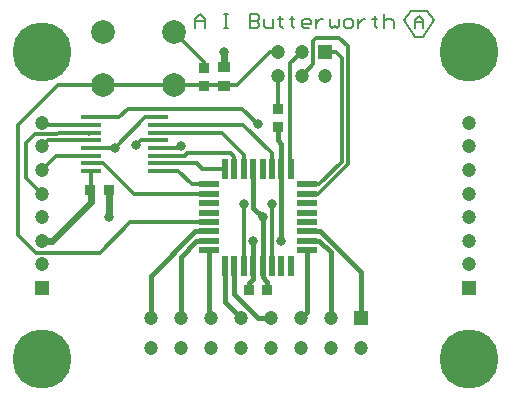
<source format=gtl>
%FSAX43Y43*%
%MOMM*%
G71*
G01*
G75*
G04 Layer_Physical_Order=1*
G04 Layer_Color=255*
%ADD10R,0.550X1.750*%
%ADD11R,1.750X0.550*%
%ADD12R,0.900X0.950*%
%ADD13R,1.000X0.950*%
%ADD14R,1.700X0.350*%
%ADD15R,0.950X0.900*%
%ADD16C,0.600*%
%ADD17C,0.300*%
%ADD18C,0.400*%
%ADD19C,0.200*%
%ADD20C,5.000*%
%ADD21C,2.000*%
%ADD22C,1.200*%
%ADD23R,1.200X1.200*%
%ADD24R,1.200X1.200*%
%ADD25C,1.200*%
%ADD26R,1.200X1.200*%
%ADD27C,0.800*%
D10*
X0019500Y0011875D02*
D03*
X0020300Y0011875D02*
D03*
X0021100Y0011875D02*
D03*
X0021900Y0011875D02*
D03*
X0022700Y0011875D02*
D03*
X0023500Y0011875D02*
D03*
X0024300Y0011875D02*
D03*
X0025100Y0011875D02*
D03*
X0025100Y0020125D02*
D03*
X0024300Y0020125D02*
D03*
X0023500Y0020125D02*
D03*
X0022700Y0020125D02*
D03*
X0021900Y0020125D02*
D03*
X0021100Y0020125D02*
D03*
X0020300Y0020125D02*
D03*
X0019500Y0020125D02*
D03*
D11*
X0026425Y0013200D02*
D03*
X0026425Y0014000D02*
D03*
X0026425Y0014800D02*
D03*
X0026425Y0015600D02*
D03*
X0026425Y0016400D02*
D03*
X0026425Y0017200D02*
D03*
X0026425Y0018000D02*
D03*
X0026425Y0018800D02*
D03*
X0018175Y0018800D02*
D03*
X0018175Y0018000D02*
D03*
X0018175Y0017200D02*
D03*
X0018175Y0016400D02*
D03*
X0018175Y0015600D02*
D03*
X0018175Y0014800D02*
D03*
X0018175Y0014000D02*
D03*
X0018175Y0013200D02*
D03*
D12*
X0017700Y0027125D02*
D03*
X0017700Y0028675D02*
D03*
X0024000Y0023625D02*
D03*
X0024000Y0025175D02*
D03*
D13*
X0019400Y0028725D02*
D03*
X0019400Y0027075D02*
D03*
D14*
X0008150Y0024475D02*
D03*
X0008150Y0023825D02*
D03*
X0008150Y0023175D02*
D03*
X0008150Y0022525D02*
D03*
X0008150Y0021875D02*
D03*
X0008150Y0021225D02*
D03*
X0008150Y0020575D02*
D03*
X0008150Y0019925D02*
D03*
X0013850Y0024475D02*
D03*
X0013850Y0023825D02*
D03*
X0013850Y0023175D02*
D03*
X0013850Y0022525D02*
D03*
X0013850Y0021875D02*
D03*
X0013850Y0021225D02*
D03*
X0013850Y0020575D02*
D03*
X0013850Y0019925D02*
D03*
D15*
X0008125Y0018300D02*
D03*
X0009675Y0018300D02*
D03*
X0021525Y0009800D02*
D03*
X0023075Y0009800D02*
D03*
D16*
X0019400Y0028725D02*
X0019400Y0030000D01*
X0009675Y0016025D02*
X0009675Y0018300D01*
X0004900Y0014000D02*
X0008150Y0017250D01*
X0004000Y0014000D02*
X0004900Y0014000D01*
X0008150Y0017250D02*
X0008150Y0018325D01*
D17*
X0005415Y0027215D02*
X0009164Y0027215D01*
X0002000Y0023800D02*
X0005415Y0027215D01*
X0002000Y0014500D02*
X0002000Y0023800D01*
X0002000Y0014500D02*
X0003500Y0013000D01*
X0008900Y0013000D01*
X0011500Y0015600D01*
X0018175Y0015600D01*
X0012000Y0022100D02*
X0012425Y0022525D01*
X0013850Y0022525D01*
X0015675Y0021875D02*
X0015800Y0022000D01*
X0013850Y0021875D02*
X0015675Y0021875D01*
X0016125Y0021225D02*
X0016300Y0021400D01*
X0020000Y0021400D01*
X0013850Y0021225D02*
X0016125Y0021225D01*
X0023500Y0011875D02*
X0023500Y0017100D01*
X0021100Y0011875D02*
X0021100Y0017100D01*
X0010200Y0021900D02*
X0012775Y0024475D01*
X0013850Y0024475D01*
X0011300Y0025200D02*
X0021000Y0025200D01*
X0010575Y0024475D02*
X0011300Y0025200D01*
X0021000Y0025200D02*
X0022300Y0023900D01*
X0010175Y0021875D02*
X0010200Y0021900D01*
X0008150Y0021875D02*
X0010175Y0021875D01*
X0029200Y0031200D02*
X0029900Y0030500D01*
X0027250Y0031200D02*
X0029200Y0031200D01*
X0027000Y0030950D02*
X0027250Y0031200D01*
X0029400Y0020707D02*
X0029400Y0029500D01*
X0028900Y0030000D02*
X0029400Y0029500D01*
X0028000Y0030000D02*
X0028900Y0030000D01*
X0027493Y0018800D02*
X0029400Y0020707D01*
X0026425Y0018800D02*
X0027493Y0018800D01*
X0029900Y0020500D02*
X0029900Y0030500D01*
X0027400Y0018000D02*
X0029900Y0020500D01*
X0026425Y0018000D02*
X0027400Y0018000D01*
X0011800Y0018000D02*
X0018175Y0018000D01*
X0009225Y0020575D02*
X0011800Y0018000D01*
X0008150Y0020575D02*
X0009225Y0020575D01*
X0008150Y0024475D02*
X0010575Y0024475D01*
X0021075Y0023825D02*
X0023500Y0021400D01*
X0025050Y0020175D02*
X0025050Y0029050D01*
X0023500Y0020125D02*
X0023500Y0021400D01*
X0013850Y0023825D02*
X0021075Y0023825D01*
X0021100Y0020125D02*
X0021100Y0021300D01*
X0019225Y0023175D02*
X0021100Y0021300D01*
X0013850Y0023175D02*
X0019225Y0023175D01*
X0020300Y0020125D02*
X0020300Y0021100D01*
X0020000Y0021400D02*
X0020300Y0021100D01*
X0016700Y0018800D02*
X0018175Y0018800D01*
X0015575Y0019925D02*
X0016700Y0018800D01*
X0013850Y0019925D02*
X0015575Y0019925D01*
X0017575Y0020125D02*
X0019500Y0020125D01*
X0017125Y0020575D02*
X0017575Y0020125D01*
X0013850Y0020575D02*
X0017125Y0020575D01*
X0024000Y0025175D02*
X0024000Y0028000D01*
X0005300Y0023050D02*
X0005425Y0023175D01*
X0003450Y0023050D02*
X0005300Y0023050D01*
X0005425Y0023175D02*
X0008150Y0023175D01*
X0002700Y0019300D02*
X0004000Y0018000D01*
X0002700Y0019300D02*
X0002700Y0022300D01*
X0003450Y0023050D01*
X0008025Y0023050D02*
X0008150Y0023175D01*
X0004525Y0022525D02*
X0008150Y0022525D01*
X0004000Y0022000D02*
X0004525Y0022525D01*
X0004000Y0020000D02*
X0005225Y0021225D01*
X0008150Y0021225D01*
X0004000Y0024000D02*
X0004175Y0023825D01*
X0008150Y0023825D01*
X0008150Y0018325D02*
X0008150Y0019925D01*
X0027000Y0029000D02*
X0027000Y0030950D01*
X0026000Y0028000D02*
X0027000Y0029000D01*
X0025050Y0029050D02*
X0026000Y0030000D01*
X0025050Y0020175D02*
X0025100Y0020125D01*
X0015164Y0031715D02*
X0017700Y0029178D01*
X0017700Y0028675D02*
X0017700Y0029178D01*
X0015164Y0027215D02*
X0019400Y0027215D01*
X0020515Y0027215D01*
X0023300Y0030000D01*
X0024000Y0030000D01*
X0009164Y0027215D02*
X0015164Y0027215D01*
D18*
X0022700Y0011875D02*
X0022700Y0016000D01*
X0021900Y0016800D02*
X0021900Y0020125D01*
X0021900Y0016800D02*
X0022700Y0016000D01*
X0024300Y0014000D02*
X0024300Y0020125D01*
X0024000Y0022500D02*
X0024000Y0023625D01*
X0024000Y0022500D02*
X0024300Y0022200D01*
X0024300Y0020125D02*
X0024300Y0022200D01*
X0021900Y0011875D02*
X0021900Y0014000D01*
X0023075Y0009800D02*
X0023075Y0010525D01*
X0022700Y0010900D02*
X0023075Y0010525D01*
X0022700Y0010900D02*
X0022700Y0011875D01*
X0021525Y0009800D02*
X0021525Y0010425D01*
X0021900Y0010800D01*
X0021900Y0011875D01*
X0026425Y0008005D02*
X0026425Y0013200D01*
X0028460Y0007500D02*
X0028460Y0013040D01*
X0027500Y0014000D02*
X0028460Y0013040D01*
X0031000Y0007500D02*
X0031000Y0011349D01*
X0026425Y0014800D02*
X0027549Y0014800D01*
X0031000Y0011349D01*
X0026425Y0014000D02*
X0027500Y0014000D01*
X0018175Y0007625D02*
X0018175Y0013200D01*
X0015760Y0010500D02*
X0015760Y0012660D01*
X0015760Y0007500D02*
X0015760Y0010500D01*
X0015760Y0012660D02*
X0017100Y0014000D01*
X0018175Y0014000D01*
X0013220Y0011020D02*
X0017000Y0014800D01*
X0013220Y0009800D02*
X0013220Y0011020D01*
X0017000Y0014800D02*
X0018175Y0014800D01*
X0013220Y0007500D02*
X0013220Y0009800D01*
X0025920Y0007500D02*
X0026425Y0008005D01*
X0022300Y0007500D02*
X0023380Y0007500D01*
X0020300Y0009500D02*
X0022300Y0007500D01*
X0020300Y0009500D02*
X0020300Y0011075D01*
X0019500Y0008840D02*
X0020840Y0007500D01*
X0019500Y0008840D02*
X0019500Y0011075D01*
D19*
X0034700Y0032700D02*
X0035600Y0031300D01*
X0034700Y0032700D02*
X0035300Y0033500D01*
X0035600Y0031300D02*
X0036300Y0031300D01*
X0037200Y0032700D01*
X0036600Y0033500D02*
X0037200Y0032700D01*
X0035300Y0033500D02*
X0036600Y0033500D01*
X0035600Y0032000D02*
X0035600Y0032666D01*
X0035933Y0033000D01*
X0036266Y0032666D01*
X0036266Y0032000D01*
X0036266Y0032500D01*
X0035600Y0032500D01*
X0017000Y0032000D02*
X0017000Y0032800D01*
X0017400Y0033200D01*
X0017800Y0032800D01*
X0017800Y0032000D01*
X0017800Y0032600D01*
X0017000Y0032600D01*
X0019399Y0033200D02*
X0019799Y0033200D01*
X0019599Y0033200D01*
X0019599Y0032000D01*
X0019399Y0032000D01*
X0019799Y0032000D01*
X0021599Y0033200D02*
X0021599Y0032000D01*
X0022198Y0032000D01*
X0022398Y0032200D01*
X0022398Y0032400D01*
X0022198Y0032600D01*
X0021599Y0032600D01*
X0022198Y0032600D01*
X0022398Y0032800D01*
X0022398Y0033000D01*
X0022198Y0033200D01*
X0021599Y0033200D01*
X0022798Y0032800D02*
X0022798Y0032200D01*
X0022998Y0032000D01*
X0023598Y0032000D01*
X0023598Y0032800D01*
X0024198Y0033000D02*
X0024198Y0032800D01*
X0023998Y0032800D01*
X0024398Y0032800D01*
X0024198Y0032800D01*
X0024198Y0032200D01*
X0024398Y0032000D01*
X0025197Y0033000D02*
X0025197Y0032800D01*
X0024997Y0032800D01*
X0025397Y0032800D01*
X0025197Y0032800D01*
X0025197Y0032200D01*
X0025397Y0032000D01*
X0026597Y0032000D02*
X0026197Y0032000D01*
X0025997Y0032200D01*
X0025997Y0032600D01*
X0026197Y0032800D01*
X0026597Y0032800D01*
X0026797Y0032600D01*
X0026797Y0032400D01*
X0025997Y0032400D01*
X0027197Y0032800D02*
X0027197Y0032000D01*
X0027197Y0032400D01*
X0027397Y0032600D01*
X0027597Y0032800D01*
X0027797Y0032800D01*
X0028396Y0032800D02*
X0028396Y0032200D01*
X0028596Y0032000D01*
X0028796Y0032200D01*
X0028996Y0032000D01*
X0029196Y0032200D01*
X0029196Y0032800D01*
X0029796Y0032000D02*
X0030196Y0032000D01*
X0030396Y0032200D01*
X0030396Y0032600D01*
X0030196Y0032800D01*
X0029796Y0032800D01*
X0029596Y0032600D01*
X0029596Y0032200D01*
X0029796Y0032000D01*
X0030796Y0032800D02*
X0030796Y0032000D01*
X0030796Y0032400D01*
X0030995Y0032600D01*
X0031195Y0032800D01*
X0031395Y0032800D01*
X0032195Y0033000D02*
X0032195Y0032800D01*
X0031995Y0032800D01*
X0032395Y0032800D01*
X0032195Y0032800D01*
X0032195Y0032200D01*
X0032395Y0032000D01*
X0032995Y0033200D02*
X0032995Y0032000D01*
X0032995Y0032600D01*
X0033195Y0032800D01*
X0033595Y0032800D01*
X0033795Y0032600D01*
X0033795Y0032000D01*
D20*
X0040200Y0004000D02*
D03*
X0004000Y0004000D02*
D03*
X0040200Y0030000D02*
D03*
X0004000Y0030000D02*
D03*
D21*
X0009164Y0027215D02*
D03*
X0009164Y0031715D02*
D03*
X0015164Y0027215D02*
D03*
X0015164Y0031715D02*
D03*
D22*
X0004000Y0024000D02*
D03*
X0004000Y0022000D02*
D03*
X0004000Y0020000D02*
D03*
X0004000Y0018000D02*
D03*
X0004000Y0016000D02*
D03*
X0004000Y0014000D02*
D03*
X0004000Y0012000D02*
D03*
X0028000Y0028000D02*
D03*
X0026000Y0030000D02*
D03*
X0026000Y0028000D02*
D03*
X0024000Y0030000D02*
D03*
X0024000Y0028000D02*
D03*
X0040200Y0024000D02*
D03*
X0040200Y0022000D02*
D03*
X0040200Y0020000D02*
D03*
X0040200Y0018000D02*
D03*
X0040200Y0016000D02*
D03*
X0040200Y0014000D02*
D03*
X0040200Y0012000D02*
D03*
D23*
X0004000Y0010000D02*
D03*
X0040200Y0010000D02*
D03*
D24*
X0028000Y0030000D02*
D03*
D25*
X0013220Y0004960D02*
D03*
X0015760Y0004960D02*
D03*
X0018300Y0004960D02*
D03*
X0013220Y0007500D02*
D03*
X0015760Y0007500D02*
D03*
X0018300Y0007500D02*
D03*
X0028460Y0007500D02*
D03*
X0025920Y0007500D02*
D03*
X0023380Y0007500D02*
D03*
X0020840Y0007500D02*
D03*
X0031000Y0004960D02*
D03*
X0028460Y0004960D02*
D03*
X0025920Y0004960D02*
D03*
X0023380Y0004960D02*
D03*
X0020840Y0004960D02*
D03*
D26*
X0031000Y0007500D02*
D03*
D27*
X0019400Y0030000D02*
D03*
X0009675Y0016025D02*
D03*
X0015800Y0022000D02*
D03*
X0012000Y0022100D02*
D03*
X0023500Y0017100D02*
D03*
X0021100Y0017100D02*
D03*
X0010200Y0021900D02*
D03*
X0022300Y0023900D02*
D03*
X0024300Y0014000D02*
D03*
X0022700Y0016000D02*
D03*
X0021900Y0014000D02*
D03*
M02*

</source>
